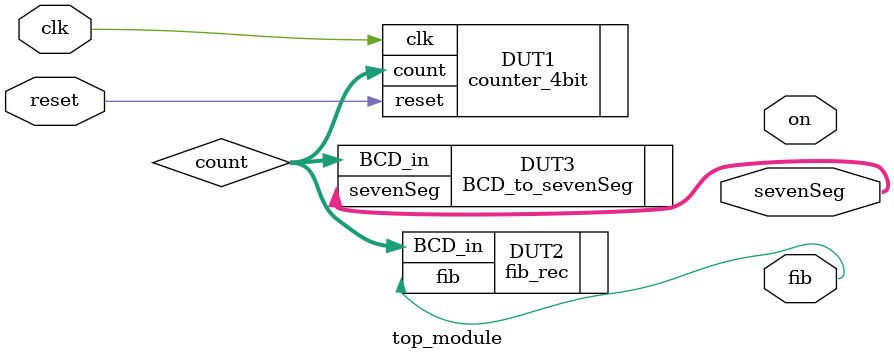
<source format=sv>
`timescale 1ns / 1ps


module top_module(
    input logic clk, reset,
    output logic fib,on,
    output logic [6:0] sevenSeg 
    );
    
    logic [3:0] count;
    
    counter_4bit DUT1(
        .clk(clk),
        .reset(reset),
        .count(count)
    );
    
    fib_rec DUT2(
        .BCD_in(count),
        .fib(fib)
    );
   
    BCD_to_sevenSeg DUT3(
        .BCD_in(count),
        .sevenSeg(sevenSeg)
    );
endmodule
</source>
